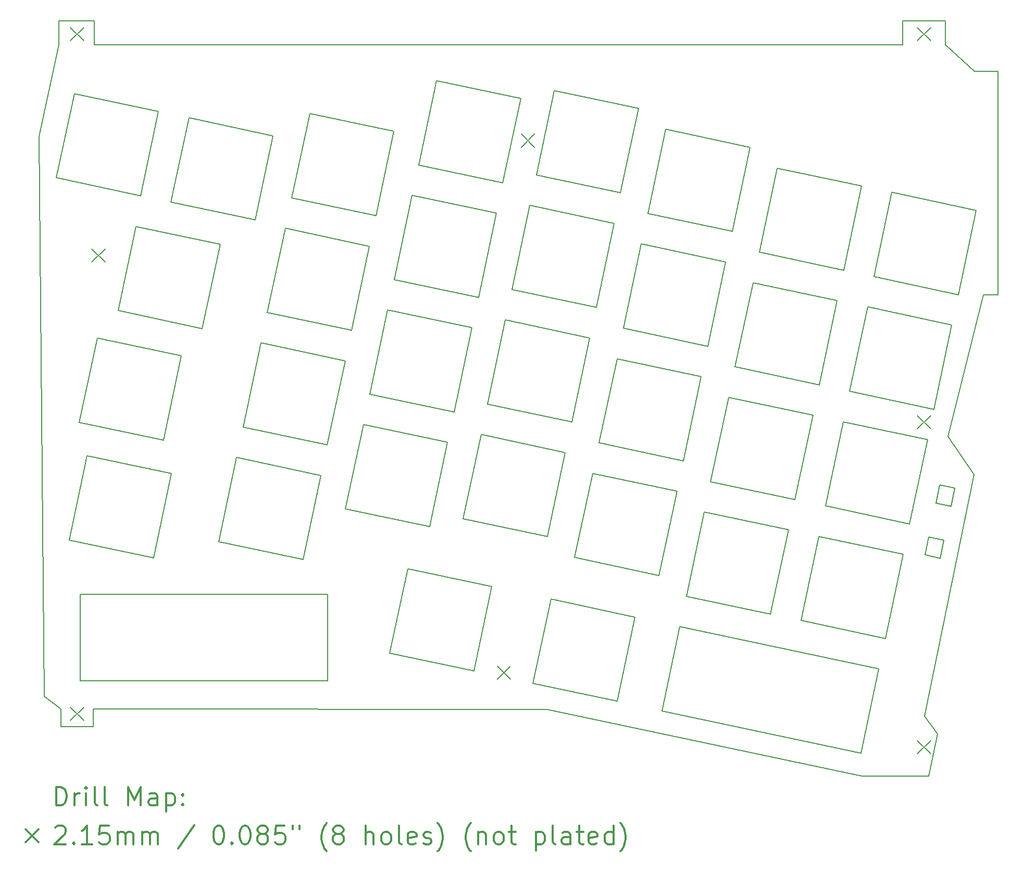
<source format=gbr>
%FSLAX45Y45*%
G04 Gerber Fmt 4.5, Leading zero omitted, Abs format (unit mm)*
G04 Created by KiCad (PCBNEW (5.1.5-0-10_14)) date 2020-04-19 15:18:05*
%MOMM*%
%LPD*%
G04 APERTURE LIST*
%TA.AperFunction,Profile*%
%ADD10C,0.200000*%
%TD*%
%ADD11C,0.200000*%
%ADD12C,0.300000*%
G04 APERTURE END LIST*
D10*
X20056159Y-2619122D02*
X19676928Y-2619122D01*
X20052899Y-2963063D02*
X20056159Y-2619122D01*
X20054646Y-6244261D02*
X20052899Y-2963063D01*
X19820688Y-6244261D02*
X20054646Y-6244261D01*
X19246483Y-8551381D02*
X19820688Y-6244261D01*
X18870193Y-10476584D02*
X18932567Y-10183139D01*
X18932567Y-10183139D02*
X19175874Y-10234855D01*
X19175874Y-10234855D02*
X19113500Y-10528300D01*
X11902684Y-4921096D02*
X11611597Y-6290547D01*
X10533230Y-4630009D02*
X11902684Y-4921096D01*
X8180728Y-6535075D02*
X8471814Y-5165624D01*
X15281711Y-9777766D02*
X16651165Y-10068852D01*
X15386698Y-9283842D02*
X15677785Y-7914390D01*
X16756152Y-9574928D02*
X15386698Y-9283842D01*
X17047239Y-8205477D02*
X16756152Y-9574928D01*
X9741082Y-8356760D02*
X11110536Y-8647846D01*
X9846069Y-7862836D02*
X10137156Y-6493384D01*
X11215523Y-8153922D02*
X9846069Y-7862836D01*
X11506610Y-6784471D02*
X11215523Y-8153922D01*
X10137156Y-6493384D02*
X11506610Y-6784471D01*
X11758959Y-8025852D02*
X12050046Y-6656401D01*
X13128413Y-8316938D02*
X11758959Y-8025852D01*
X9550182Y-6826161D02*
X8180728Y-6535075D01*
X9841268Y-5456710D02*
X9550182Y-6826161D01*
X8471814Y-5165624D02*
X9841268Y-5456710D01*
X7784654Y-8398450D02*
X8075741Y-7028999D01*
X9154108Y-8689537D02*
X7784654Y-8398450D01*
X9445195Y-7320085D02*
X9154108Y-8689537D01*
X8075741Y-7028999D02*
X9445195Y-7320085D01*
X7388580Y-10261825D02*
X7679667Y-8892374D01*
X13419500Y-6947487D02*
X13128413Y-8316938D01*
X12050046Y-6656401D02*
X13419500Y-6947487D01*
X12155027Y-6162503D02*
X12446114Y-4793051D01*
X13524481Y-6453589D02*
X12155027Y-6162503D01*
X16854003Y-11543290D02*
X17145089Y-10173839D01*
X18223457Y-11834376D02*
X16854003Y-11543290D01*
X18514543Y-10464925D02*
X18223457Y-11834376D01*
X17145089Y-10173839D02*
X18514543Y-10464925D01*
X14990624Y-11147217D02*
X15281711Y-9777766D01*
X16360078Y-11438303D02*
X14990624Y-11147217D01*
X16651165Y-10068852D02*
X16360078Y-11438303D01*
X13815568Y-5084138D02*
X13524481Y-6453589D01*
X12446114Y-4793051D02*
X13815568Y-5084138D01*
X10242143Y-5999461D02*
X10533230Y-4630009D01*
X11611597Y-6290547D02*
X10242143Y-5999461D01*
X12789207Y-11195531D02*
X14158660Y-11486617D01*
X10168922Y-12069897D02*
X10460009Y-10700445D01*
X11538376Y-12360983D02*
X10168922Y-12069897D01*
X11829463Y-10991532D02*
X11538376Y-12360983D01*
X10460009Y-10700445D02*
X11829463Y-10991532D01*
X11362885Y-9889227D02*
X11653972Y-8519776D01*
X12732339Y-10180313D02*
X11362885Y-9889227D01*
X13023426Y-8810862D02*
X12732339Y-10180313D01*
X11653972Y-8519776D02*
X13023426Y-8810862D01*
X9449996Y-9726211D02*
X9741082Y-8356760D01*
X10819450Y-10017297D02*
X9449996Y-9726211D01*
X11110536Y-8647846D02*
X10819450Y-10017297D01*
X13467814Y-9148900D02*
X14837268Y-9439986D01*
X12498120Y-12564982D02*
X12789207Y-11195531D01*
X13867574Y-12856069D02*
X12498120Y-12564982D01*
X14158660Y-11486617D02*
X13867574Y-12856069D01*
X16178840Y-5557118D02*
X16469927Y-4187666D01*
X17548294Y-5848204D02*
X16178840Y-5557118D01*
X17839381Y-4478752D02*
X17548294Y-5848204D01*
X5365649Y-1798898D02*
X4793713Y-1798898D01*
X5365649Y-2180974D02*
X5365649Y-1798898D01*
X18510109Y-2180974D02*
X5365649Y-2180974D01*
X18510109Y-1798898D02*
X18510109Y-2180974D01*
X19198033Y-1798898D02*
X18510109Y-1798898D01*
X19198033Y-2180974D02*
X19198033Y-1798898D01*
X19676928Y-2619122D02*
X19198033Y-2180974D01*
X16469927Y-4187666D02*
X17839381Y-4478752D01*
X18042219Y-5953190D02*
X18333305Y-4583739D01*
X19411673Y-6244277D02*
X18042219Y-5953190D01*
X19702759Y-4874825D02*
X19411673Y-6244277D01*
X18333305Y-4583739D02*
X19702759Y-4874825D01*
X5140707Y-12524413D02*
X5140707Y-11120585D01*
X9160192Y-12524413D02*
X5140707Y-12524413D01*
X8758034Y-10552912D02*
X7388580Y-10261825D01*
X9049121Y-9183460D02*
X8758034Y-10552912D01*
X7679667Y-8892374D02*
X9049121Y-9183460D01*
X4960338Y-10232578D02*
X5251425Y-8863127D01*
X6329792Y-10523664D02*
X4960338Y-10232578D01*
X6620879Y-9154213D02*
X6329792Y-10523664D01*
X5251425Y-8863127D02*
X6620879Y-9154213D01*
X5123982Y-8319798D02*
X5415068Y-6950347D01*
X6492814Y-8610752D02*
X5123982Y-8319798D01*
X6783901Y-7241301D02*
X6492814Y-8610752D01*
X5415068Y-6950347D02*
X6783901Y-7241301D01*
X5752486Y-6505828D02*
X6043573Y-5136376D01*
X7121940Y-6796914D02*
X5752486Y-6505828D01*
X7413026Y-5427463D02*
X7121940Y-6796914D01*
X6043573Y-5136376D02*
X7413026Y-5427463D01*
X4751026Y-4345398D02*
X5042112Y-2975946D01*
X6120480Y-4636484D02*
X4751026Y-4345398D01*
X6411566Y-3267033D02*
X6120480Y-4636484D01*
X5042112Y-2975946D02*
X6411566Y-3267033D01*
X6614404Y-4741471D02*
X6905491Y-3372019D01*
X7983858Y-5032557D02*
X6614404Y-4741471D01*
X8274945Y-3663106D02*
X7983858Y-5032557D01*
X6905491Y-3372019D02*
X8274945Y-3663106D01*
X8576801Y-4671700D02*
X8867888Y-3302249D01*
X9160192Y-11120585D02*
X9160192Y-12524413D01*
X5140707Y-11120585D02*
X9160192Y-11120585D01*
X19246483Y-8551381D02*
X19246483Y-8551381D01*
X19663316Y-9170608D02*
X19246483Y-8551381D01*
X18859378Y-13096633D02*
X19663316Y-9170608D01*
X19076282Y-13384021D02*
X18859378Y-13096633D01*
X18929784Y-14073249D02*
X19076282Y-13384021D01*
X17848887Y-14073249D02*
X18929784Y-14073249D01*
X12724620Y-12984058D02*
X17848887Y-14073249D01*
X5350915Y-12982865D02*
X12724620Y-12984058D01*
X5350915Y-13265356D02*
X5350915Y-12982865D01*
X4825187Y-13265585D02*
X5350915Y-13265356D01*
X4825187Y-12983068D02*
X4825187Y-13265585D01*
X4555895Y-12774917D02*
X4825187Y-12983068D01*
X4470312Y-3671041D02*
X4555895Y-12774917D01*
X4793713Y-2180974D02*
X4470312Y-3671041D01*
X4793713Y-1798898D02*
X4793713Y-2180974D01*
X15734397Y-5219338D02*
X14364943Y-4928252D01*
X16025484Y-3849887D02*
X15734397Y-5219338D01*
X14656030Y-3558801D02*
X16025484Y-3849887D01*
X9946255Y-4962786D02*
X8576801Y-4671700D01*
X10237342Y-3593335D02*
X9946255Y-4962786D01*
X8867888Y-3302249D02*
X10237342Y-3593335D01*
X10638212Y-4136111D02*
X10929298Y-2766660D01*
X12007665Y-4427198D02*
X10638212Y-4136111D01*
X12298752Y-3057746D02*
X12007665Y-4427198D01*
X10929298Y-2766660D02*
X12298752Y-3057746D01*
X12551101Y-4299128D02*
X12842188Y-2929676D01*
X13920555Y-4590214D02*
X12551101Y-4299128D01*
X14211642Y-3220762D02*
X13920555Y-4590214D01*
X12842188Y-2929676D02*
X14211642Y-3220762D01*
X14364943Y-4928252D02*
X14656030Y-3558801D01*
X15677785Y-7914390D02*
X17047239Y-8205477D01*
X15782766Y-7420493D02*
X16073853Y-6051041D01*
X17152220Y-7711579D02*
X15782766Y-7420493D01*
X17443307Y-6342127D02*
X17152220Y-7711579D01*
X16073853Y-6051041D02*
X17443307Y-6342127D01*
X13572801Y-8654976D02*
X13863888Y-7285525D01*
X14942255Y-8946063D02*
X13572801Y-8654976D01*
X15233341Y-7576611D02*
X14942255Y-8946063D01*
X13863888Y-7285525D02*
X15233341Y-7576611D01*
X13968875Y-6791601D02*
X14259961Y-5422150D01*
X15338329Y-7082687D02*
X13968875Y-6791601D01*
X15629415Y-5713236D02*
X15338329Y-7082687D01*
X14259961Y-5422150D02*
X15629415Y-5713236D01*
X13176727Y-10518352D02*
X13467814Y-9148900D01*
X14546181Y-10809438D02*
X13176727Y-10518352D01*
X14837268Y-9439986D02*
X14546181Y-10809438D01*
X18619530Y-9971001D02*
X17250077Y-9679915D01*
X18910617Y-8601550D02*
X18619530Y-9971001D01*
X17541163Y-8310464D02*
X18910617Y-8601550D01*
X19049581Y-9632532D02*
X19111955Y-9339088D01*
X19292888Y-9684249D02*
X19049581Y-9632532D01*
X19355262Y-9390804D02*
X19292888Y-9684249D01*
X19111955Y-9339088D02*
X19355262Y-9390804D01*
X14594542Y-13010594D02*
X14885628Y-11641143D01*
X17827368Y-13697753D02*
X14594542Y-13010594D01*
X18118454Y-12328301D02*
X17827368Y-13697753D01*
X14885628Y-11641143D02*
X18118454Y-12328301D01*
X17646145Y-7816566D02*
X17937232Y-6447114D01*
X19015599Y-8107652D02*
X17646145Y-7816566D01*
X19306685Y-6738200D02*
X19015599Y-8107652D01*
X17937232Y-6447114D02*
X19306685Y-6738200D01*
X17250077Y-9679915D02*
X17541163Y-8310464D01*
X19113500Y-10528300D02*
X18870193Y-10476584D01*
D11*
X18746920Y-13492930D02*
X18961920Y-13707930D01*
X18961920Y-13492930D02*
X18746920Y-13707930D01*
X11916860Y-12283890D02*
X12131860Y-12498890D01*
X12131860Y-12283890D02*
X11916860Y-12498890D01*
X18748190Y-8211000D02*
X18963190Y-8426000D01*
X18963190Y-8211000D02*
X18748190Y-8426000D01*
X5328100Y-5502090D02*
X5543100Y-5717090D01*
X5543100Y-5502090D02*
X5328100Y-5717090D01*
X18748190Y-1902910D02*
X18963190Y-2117910D01*
X18963190Y-1902910D02*
X18748190Y-2117910D01*
X4980120Y-12954450D02*
X5195120Y-13169450D01*
X5195120Y-12954450D02*
X4980120Y-13169450D01*
X12306750Y-3635190D02*
X12521750Y-3850190D01*
X12521750Y-3635190D02*
X12306750Y-3850190D01*
X4980120Y-1902910D02*
X5195120Y-2117910D01*
X5195120Y-1902910D02*
X4980120Y-2117910D01*
D12*
X4746740Y-14548963D02*
X4746740Y-14248963D01*
X4818169Y-14248963D01*
X4861026Y-14263249D01*
X4889597Y-14291820D01*
X4903883Y-14320392D01*
X4918169Y-14377535D01*
X4918169Y-14420392D01*
X4903883Y-14477535D01*
X4889597Y-14506106D01*
X4861026Y-14534677D01*
X4818169Y-14548963D01*
X4746740Y-14548963D01*
X5046740Y-14548963D02*
X5046740Y-14348963D01*
X5046740Y-14406106D02*
X5061026Y-14377535D01*
X5075312Y-14363249D01*
X5103883Y-14348963D01*
X5132455Y-14348963D01*
X5232455Y-14548963D02*
X5232455Y-14348963D01*
X5232455Y-14248963D02*
X5218169Y-14263249D01*
X5232455Y-14277535D01*
X5246740Y-14263249D01*
X5232455Y-14248963D01*
X5232455Y-14277535D01*
X5418169Y-14548963D02*
X5389597Y-14534677D01*
X5375312Y-14506106D01*
X5375312Y-14248963D01*
X5575312Y-14548963D02*
X5546740Y-14534677D01*
X5532455Y-14506106D01*
X5532455Y-14248963D01*
X5918169Y-14548963D02*
X5918169Y-14248963D01*
X6018169Y-14463249D01*
X6118169Y-14248963D01*
X6118169Y-14548963D01*
X6389597Y-14548963D02*
X6389597Y-14391820D01*
X6375312Y-14363249D01*
X6346740Y-14348963D01*
X6289597Y-14348963D01*
X6261026Y-14363249D01*
X6389597Y-14534677D02*
X6361026Y-14548963D01*
X6289597Y-14548963D01*
X6261026Y-14534677D01*
X6246740Y-14506106D01*
X6246740Y-14477535D01*
X6261026Y-14448963D01*
X6289597Y-14434677D01*
X6361026Y-14434677D01*
X6389597Y-14420392D01*
X6532454Y-14348963D02*
X6532454Y-14648963D01*
X6532454Y-14363249D02*
X6561026Y-14348963D01*
X6618169Y-14348963D01*
X6646740Y-14363249D01*
X6661026Y-14377535D01*
X6675312Y-14406106D01*
X6675312Y-14491820D01*
X6661026Y-14520392D01*
X6646740Y-14534677D01*
X6618169Y-14548963D01*
X6561026Y-14548963D01*
X6532454Y-14534677D01*
X6803883Y-14520392D02*
X6818169Y-14534677D01*
X6803883Y-14548963D01*
X6789597Y-14534677D01*
X6803883Y-14520392D01*
X6803883Y-14548963D01*
X6803883Y-14363249D02*
X6818169Y-14377535D01*
X6803883Y-14391820D01*
X6789597Y-14377535D01*
X6803883Y-14363249D01*
X6803883Y-14391820D01*
X4245312Y-14935749D02*
X4460312Y-15150749D01*
X4460312Y-14935749D02*
X4245312Y-15150749D01*
X4732455Y-14907535D02*
X4746740Y-14893249D01*
X4775312Y-14878963D01*
X4846740Y-14878963D01*
X4875312Y-14893249D01*
X4889597Y-14907535D01*
X4903883Y-14936106D01*
X4903883Y-14964677D01*
X4889597Y-15007535D01*
X4718169Y-15178963D01*
X4903883Y-15178963D01*
X5032455Y-15150392D02*
X5046740Y-15164677D01*
X5032455Y-15178963D01*
X5018169Y-15164677D01*
X5032455Y-15150392D01*
X5032455Y-15178963D01*
X5332455Y-15178963D02*
X5161026Y-15178963D01*
X5246740Y-15178963D02*
X5246740Y-14878963D01*
X5218169Y-14921820D01*
X5189597Y-14950392D01*
X5161026Y-14964677D01*
X5603883Y-14878963D02*
X5461026Y-14878963D01*
X5446740Y-15021820D01*
X5461026Y-15007535D01*
X5489597Y-14993249D01*
X5561026Y-14993249D01*
X5589597Y-15007535D01*
X5603883Y-15021820D01*
X5618169Y-15050392D01*
X5618169Y-15121820D01*
X5603883Y-15150392D01*
X5589597Y-15164677D01*
X5561026Y-15178963D01*
X5489597Y-15178963D01*
X5461026Y-15164677D01*
X5446740Y-15150392D01*
X5746740Y-15178963D02*
X5746740Y-14978963D01*
X5746740Y-15007535D02*
X5761026Y-14993249D01*
X5789597Y-14978963D01*
X5832454Y-14978963D01*
X5861026Y-14993249D01*
X5875312Y-15021820D01*
X5875312Y-15178963D01*
X5875312Y-15021820D02*
X5889597Y-14993249D01*
X5918169Y-14978963D01*
X5961026Y-14978963D01*
X5989597Y-14993249D01*
X6003883Y-15021820D01*
X6003883Y-15178963D01*
X6146740Y-15178963D02*
X6146740Y-14978963D01*
X6146740Y-15007535D02*
X6161026Y-14993249D01*
X6189597Y-14978963D01*
X6232454Y-14978963D01*
X6261026Y-14993249D01*
X6275312Y-15021820D01*
X6275312Y-15178963D01*
X6275312Y-15021820D02*
X6289597Y-14993249D01*
X6318169Y-14978963D01*
X6361026Y-14978963D01*
X6389597Y-14993249D01*
X6403883Y-15021820D01*
X6403883Y-15178963D01*
X6989597Y-14864677D02*
X6732454Y-15250392D01*
X7375312Y-14878963D02*
X7403883Y-14878963D01*
X7432454Y-14893249D01*
X7446740Y-14907535D01*
X7461026Y-14936106D01*
X7475312Y-14993249D01*
X7475312Y-15064677D01*
X7461026Y-15121820D01*
X7446740Y-15150392D01*
X7432454Y-15164677D01*
X7403883Y-15178963D01*
X7375312Y-15178963D01*
X7346740Y-15164677D01*
X7332454Y-15150392D01*
X7318169Y-15121820D01*
X7303883Y-15064677D01*
X7303883Y-14993249D01*
X7318169Y-14936106D01*
X7332454Y-14907535D01*
X7346740Y-14893249D01*
X7375312Y-14878963D01*
X7603883Y-15150392D02*
X7618169Y-15164677D01*
X7603883Y-15178963D01*
X7589597Y-15164677D01*
X7603883Y-15150392D01*
X7603883Y-15178963D01*
X7803883Y-14878963D02*
X7832454Y-14878963D01*
X7861026Y-14893249D01*
X7875312Y-14907535D01*
X7889597Y-14936106D01*
X7903883Y-14993249D01*
X7903883Y-15064677D01*
X7889597Y-15121820D01*
X7875312Y-15150392D01*
X7861026Y-15164677D01*
X7832454Y-15178963D01*
X7803883Y-15178963D01*
X7775312Y-15164677D01*
X7761026Y-15150392D01*
X7746740Y-15121820D01*
X7732454Y-15064677D01*
X7732454Y-14993249D01*
X7746740Y-14936106D01*
X7761026Y-14907535D01*
X7775312Y-14893249D01*
X7803883Y-14878963D01*
X8075312Y-15007535D02*
X8046740Y-14993249D01*
X8032454Y-14978963D01*
X8018169Y-14950392D01*
X8018169Y-14936106D01*
X8032454Y-14907535D01*
X8046740Y-14893249D01*
X8075312Y-14878963D01*
X8132454Y-14878963D01*
X8161026Y-14893249D01*
X8175312Y-14907535D01*
X8189597Y-14936106D01*
X8189597Y-14950392D01*
X8175312Y-14978963D01*
X8161026Y-14993249D01*
X8132454Y-15007535D01*
X8075312Y-15007535D01*
X8046740Y-15021820D01*
X8032454Y-15036106D01*
X8018169Y-15064677D01*
X8018169Y-15121820D01*
X8032454Y-15150392D01*
X8046740Y-15164677D01*
X8075312Y-15178963D01*
X8132454Y-15178963D01*
X8161026Y-15164677D01*
X8175312Y-15150392D01*
X8189597Y-15121820D01*
X8189597Y-15064677D01*
X8175312Y-15036106D01*
X8161026Y-15021820D01*
X8132454Y-15007535D01*
X8461026Y-14878963D02*
X8318169Y-14878963D01*
X8303883Y-15021820D01*
X8318169Y-15007535D01*
X8346740Y-14993249D01*
X8418169Y-14993249D01*
X8446740Y-15007535D01*
X8461026Y-15021820D01*
X8475312Y-15050392D01*
X8475312Y-15121820D01*
X8461026Y-15150392D01*
X8446740Y-15164677D01*
X8418169Y-15178963D01*
X8346740Y-15178963D01*
X8318169Y-15164677D01*
X8303883Y-15150392D01*
X8589597Y-14878963D02*
X8589597Y-14936106D01*
X8703883Y-14878963D02*
X8703883Y-14936106D01*
X9146740Y-15293249D02*
X9132455Y-15278963D01*
X9103883Y-15236106D01*
X9089597Y-15207535D01*
X9075312Y-15164677D01*
X9061026Y-15093249D01*
X9061026Y-15036106D01*
X9075312Y-14964677D01*
X9089597Y-14921820D01*
X9103883Y-14893249D01*
X9132455Y-14850392D01*
X9146740Y-14836106D01*
X9303883Y-15007535D02*
X9275312Y-14993249D01*
X9261026Y-14978963D01*
X9246740Y-14950392D01*
X9246740Y-14936106D01*
X9261026Y-14907535D01*
X9275312Y-14893249D01*
X9303883Y-14878963D01*
X9361026Y-14878963D01*
X9389597Y-14893249D01*
X9403883Y-14907535D01*
X9418169Y-14936106D01*
X9418169Y-14950392D01*
X9403883Y-14978963D01*
X9389597Y-14993249D01*
X9361026Y-15007535D01*
X9303883Y-15007535D01*
X9275312Y-15021820D01*
X9261026Y-15036106D01*
X9246740Y-15064677D01*
X9246740Y-15121820D01*
X9261026Y-15150392D01*
X9275312Y-15164677D01*
X9303883Y-15178963D01*
X9361026Y-15178963D01*
X9389597Y-15164677D01*
X9403883Y-15150392D01*
X9418169Y-15121820D01*
X9418169Y-15064677D01*
X9403883Y-15036106D01*
X9389597Y-15021820D01*
X9361026Y-15007535D01*
X9775312Y-15178963D02*
X9775312Y-14878963D01*
X9903883Y-15178963D02*
X9903883Y-15021820D01*
X9889597Y-14993249D01*
X9861026Y-14978963D01*
X9818169Y-14978963D01*
X9789597Y-14993249D01*
X9775312Y-15007535D01*
X10089597Y-15178963D02*
X10061026Y-15164677D01*
X10046740Y-15150392D01*
X10032455Y-15121820D01*
X10032455Y-15036106D01*
X10046740Y-15007535D01*
X10061026Y-14993249D01*
X10089597Y-14978963D01*
X10132455Y-14978963D01*
X10161026Y-14993249D01*
X10175312Y-15007535D01*
X10189597Y-15036106D01*
X10189597Y-15121820D01*
X10175312Y-15150392D01*
X10161026Y-15164677D01*
X10132455Y-15178963D01*
X10089597Y-15178963D01*
X10361026Y-15178963D02*
X10332455Y-15164677D01*
X10318169Y-15136106D01*
X10318169Y-14878963D01*
X10589597Y-15164677D02*
X10561026Y-15178963D01*
X10503883Y-15178963D01*
X10475312Y-15164677D01*
X10461026Y-15136106D01*
X10461026Y-15021820D01*
X10475312Y-14993249D01*
X10503883Y-14978963D01*
X10561026Y-14978963D01*
X10589597Y-14993249D01*
X10603883Y-15021820D01*
X10603883Y-15050392D01*
X10461026Y-15078963D01*
X10718169Y-15164677D02*
X10746740Y-15178963D01*
X10803883Y-15178963D01*
X10832455Y-15164677D01*
X10846740Y-15136106D01*
X10846740Y-15121820D01*
X10832455Y-15093249D01*
X10803883Y-15078963D01*
X10761026Y-15078963D01*
X10732455Y-15064677D01*
X10718169Y-15036106D01*
X10718169Y-15021820D01*
X10732455Y-14993249D01*
X10761026Y-14978963D01*
X10803883Y-14978963D01*
X10832455Y-14993249D01*
X10946740Y-15293249D02*
X10961026Y-15278963D01*
X10989597Y-15236106D01*
X11003883Y-15207535D01*
X11018169Y-15164677D01*
X11032455Y-15093249D01*
X11032455Y-15036106D01*
X11018169Y-14964677D01*
X11003883Y-14921820D01*
X10989597Y-14893249D01*
X10961026Y-14850392D01*
X10946740Y-14836106D01*
X11489597Y-15293249D02*
X11475312Y-15278963D01*
X11446740Y-15236106D01*
X11432454Y-15207535D01*
X11418169Y-15164677D01*
X11403883Y-15093249D01*
X11403883Y-15036106D01*
X11418169Y-14964677D01*
X11432454Y-14921820D01*
X11446740Y-14893249D01*
X11475312Y-14850392D01*
X11489597Y-14836106D01*
X11603883Y-14978963D02*
X11603883Y-15178963D01*
X11603883Y-15007535D02*
X11618169Y-14993249D01*
X11646740Y-14978963D01*
X11689597Y-14978963D01*
X11718169Y-14993249D01*
X11732454Y-15021820D01*
X11732454Y-15178963D01*
X11918169Y-15178963D02*
X11889597Y-15164677D01*
X11875312Y-15150392D01*
X11861026Y-15121820D01*
X11861026Y-15036106D01*
X11875312Y-15007535D01*
X11889597Y-14993249D01*
X11918169Y-14978963D01*
X11961026Y-14978963D01*
X11989597Y-14993249D01*
X12003883Y-15007535D01*
X12018169Y-15036106D01*
X12018169Y-15121820D01*
X12003883Y-15150392D01*
X11989597Y-15164677D01*
X11961026Y-15178963D01*
X11918169Y-15178963D01*
X12103883Y-14978963D02*
X12218169Y-14978963D01*
X12146740Y-14878963D02*
X12146740Y-15136106D01*
X12161026Y-15164677D01*
X12189597Y-15178963D01*
X12218169Y-15178963D01*
X12546740Y-14978963D02*
X12546740Y-15278963D01*
X12546740Y-14993249D02*
X12575312Y-14978963D01*
X12632454Y-14978963D01*
X12661026Y-14993249D01*
X12675312Y-15007535D01*
X12689597Y-15036106D01*
X12689597Y-15121820D01*
X12675312Y-15150392D01*
X12661026Y-15164677D01*
X12632454Y-15178963D01*
X12575312Y-15178963D01*
X12546740Y-15164677D01*
X12861026Y-15178963D02*
X12832454Y-15164677D01*
X12818169Y-15136106D01*
X12818169Y-14878963D01*
X13103883Y-15178963D02*
X13103883Y-15021820D01*
X13089597Y-14993249D01*
X13061026Y-14978963D01*
X13003883Y-14978963D01*
X12975312Y-14993249D01*
X13103883Y-15164677D02*
X13075312Y-15178963D01*
X13003883Y-15178963D01*
X12975312Y-15164677D01*
X12961026Y-15136106D01*
X12961026Y-15107535D01*
X12975312Y-15078963D01*
X13003883Y-15064677D01*
X13075312Y-15064677D01*
X13103883Y-15050392D01*
X13203883Y-14978963D02*
X13318169Y-14978963D01*
X13246740Y-14878963D02*
X13246740Y-15136106D01*
X13261026Y-15164677D01*
X13289597Y-15178963D01*
X13318169Y-15178963D01*
X13532454Y-15164677D02*
X13503883Y-15178963D01*
X13446740Y-15178963D01*
X13418169Y-15164677D01*
X13403883Y-15136106D01*
X13403883Y-15021820D01*
X13418169Y-14993249D01*
X13446740Y-14978963D01*
X13503883Y-14978963D01*
X13532454Y-14993249D01*
X13546740Y-15021820D01*
X13546740Y-15050392D01*
X13403883Y-15078963D01*
X13803883Y-15178963D02*
X13803883Y-14878963D01*
X13803883Y-15164677D02*
X13775312Y-15178963D01*
X13718169Y-15178963D01*
X13689597Y-15164677D01*
X13675312Y-15150392D01*
X13661026Y-15121820D01*
X13661026Y-15036106D01*
X13675312Y-15007535D01*
X13689597Y-14993249D01*
X13718169Y-14978963D01*
X13775312Y-14978963D01*
X13803883Y-14993249D01*
X13918169Y-15293249D02*
X13932454Y-15278963D01*
X13961026Y-15236106D01*
X13975312Y-15207535D01*
X13989597Y-15164677D01*
X14003883Y-15093249D01*
X14003883Y-15036106D01*
X13989597Y-14964677D01*
X13975312Y-14921820D01*
X13961026Y-14893249D01*
X13932454Y-14850392D01*
X13918169Y-14836106D01*
M02*

</source>
